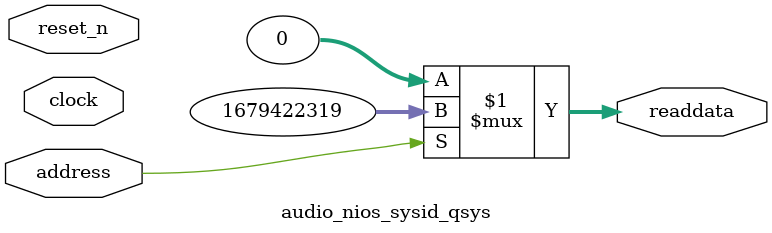
<source format=v>



// synthesis translate_off
`timescale 1ns / 1ps
// synthesis translate_on

// turn off superfluous verilog processor warnings 
// altera message_level Level1 
// altera message_off 10034 10035 10036 10037 10230 10240 10030 

module audio_nios_sysid_qsys (
               // inputs:
                address,
                clock,
                reset_n,

               // outputs:
                readdata
             )
;

  output  [ 31: 0] readdata;
  input            address;
  input            clock;
  input            reset_n;

  wire    [ 31: 0] readdata;
  //control_slave, which is an e_avalon_slave
  assign readdata = address ? 1679422319 : 0;

endmodule



</source>
